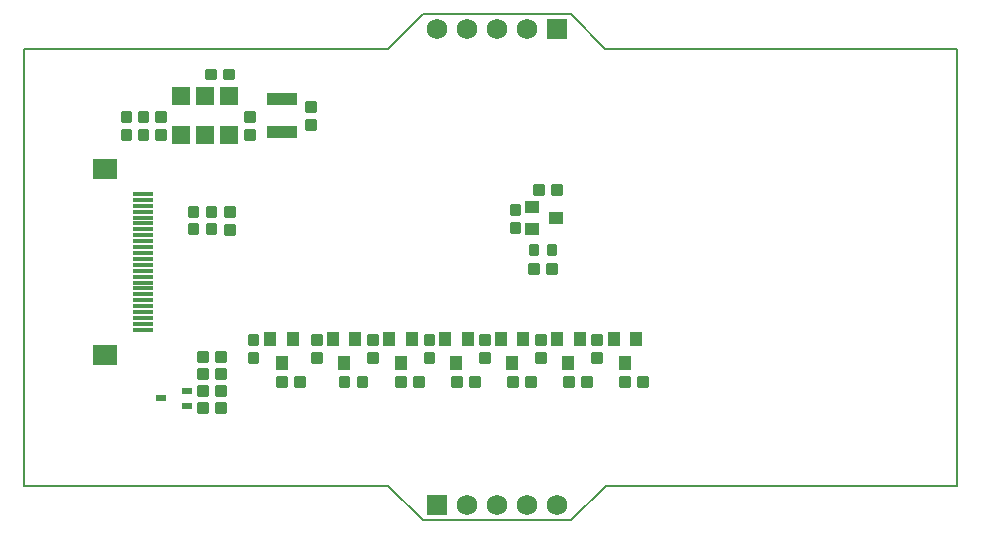
<source format=gts>
G75*
%MOIN*%
%OFA0B0*%
%FSLAX25Y25*%
%IPPOS*%
%LPD*%
%AMOC8*
5,1,8,0,0,1.08239X$1,22.5*
%
%ADD10C,0.00600*%
%ADD11C,0.00975*%
%ADD12R,0.05900X0.05900*%
%ADD13C,0.00850*%
%ADD14R,0.06699X0.01581*%
%ADD15R,0.08077X0.06699*%
%ADD16R,0.06900X0.06900*%
%ADD17C,0.06900*%
%ADD18R,0.10243X0.04337*%
%ADD19R,0.03550X0.02369*%
%ADD20R,0.03900X0.04900*%
%ADD21R,0.04900X0.04400*%
D10*
X0008065Y0019400D02*
X0008065Y0165069D01*
X0129265Y0165069D01*
X0140865Y0176669D01*
X0190365Y0176669D01*
X0201665Y0165069D01*
X0319089Y0165069D01*
X0319089Y0019400D01*
X0201965Y0019400D01*
X0190365Y0007800D01*
X0140865Y0007800D01*
X0129265Y0019400D01*
X0008065Y0019400D01*
D11*
X0065963Y0046858D02*
X0068889Y0046858D01*
X0068889Y0043932D01*
X0065963Y0043932D01*
X0065963Y0046858D01*
X0065963Y0044906D02*
X0068889Y0044906D01*
X0068889Y0045880D02*
X0065963Y0045880D01*
X0065963Y0046854D02*
X0068889Y0046854D01*
X0071963Y0046858D02*
X0074889Y0046858D01*
X0074889Y0043932D01*
X0071963Y0043932D01*
X0071963Y0046858D01*
X0071963Y0044906D02*
X0074889Y0044906D01*
X0074889Y0045880D02*
X0071963Y0045880D01*
X0071963Y0046854D02*
X0074889Y0046854D01*
X0074889Y0052558D02*
X0071963Y0052558D01*
X0074889Y0052558D02*
X0074889Y0049632D01*
X0071963Y0049632D01*
X0071963Y0052558D01*
X0071963Y0050606D02*
X0074889Y0050606D01*
X0074889Y0051580D02*
X0071963Y0051580D01*
X0071963Y0052554D02*
X0074889Y0052554D01*
X0074889Y0058258D02*
X0071963Y0058258D01*
X0074889Y0058258D02*
X0074889Y0055332D01*
X0071963Y0055332D01*
X0071963Y0058258D01*
X0071963Y0056306D02*
X0074889Y0056306D01*
X0074889Y0057280D02*
X0071963Y0057280D01*
X0071963Y0058254D02*
X0074889Y0058254D01*
X0074889Y0063858D02*
X0071963Y0063858D01*
X0074889Y0063858D02*
X0074889Y0060932D01*
X0071963Y0060932D01*
X0071963Y0063858D01*
X0071963Y0061906D02*
X0074889Y0061906D01*
X0074889Y0062880D02*
X0071963Y0062880D01*
X0071963Y0063854D02*
X0074889Y0063854D01*
X0068889Y0063858D02*
X0065963Y0063858D01*
X0068889Y0063858D02*
X0068889Y0060932D01*
X0065963Y0060932D01*
X0065963Y0063858D01*
X0065963Y0061906D02*
X0068889Y0061906D01*
X0068889Y0062880D02*
X0065963Y0062880D01*
X0065963Y0063854D02*
X0068889Y0063854D01*
X0068889Y0058258D02*
X0065963Y0058258D01*
X0068889Y0058258D02*
X0068889Y0055332D01*
X0065963Y0055332D01*
X0065963Y0058258D01*
X0065963Y0056306D02*
X0068889Y0056306D01*
X0068889Y0057280D02*
X0065963Y0057280D01*
X0065963Y0058254D02*
X0068889Y0058254D01*
X0068889Y0052558D02*
X0065963Y0052558D01*
X0068889Y0052558D02*
X0068889Y0049632D01*
X0065963Y0049632D01*
X0065963Y0052558D01*
X0065963Y0050606D02*
X0068889Y0050606D01*
X0068889Y0051580D02*
X0065963Y0051580D01*
X0065963Y0052554D02*
X0068889Y0052554D01*
X0082807Y0060698D02*
X0082807Y0063624D01*
X0085733Y0063624D01*
X0085733Y0060698D01*
X0082807Y0060698D01*
X0082807Y0061672D02*
X0085733Y0061672D01*
X0085733Y0062646D02*
X0082807Y0062646D01*
X0082807Y0063620D02*
X0085733Y0063620D01*
X0082807Y0066698D02*
X0082807Y0069624D01*
X0085733Y0069624D01*
X0085733Y0066698D01*
X0082807Y0066698D01*
X0082807Y0067672D02*
X0085733Y0067672D01*
X0085733Y0068646D02*
X0082807Y0068646D01*
X0082807Y0069620D02*
X0085733Y0069620D01*
X0104007Y0069624D02*
X0104007Y0066698D01*
X0104007Y0069624D02*
X0106933Y0069624D01*
X0106933Y0066698D01*
X0104007Y0066698D01*
X0104007Y0067672D02*
X0106933Y0067672D01*
X0106933Y0068646D02*
X0104007Y0068646D01*
X0104007Y0069620D02*
X0106933Y0069620D01*
X0104007Y0063624D02*
X0104007Y0060698D01*
X0104007Y0063624D02*
X0106933Y0063624D01*
X0106933Y0060698D01*
X0104007Y0060698D01*
X0104007Y0061672D02*
X0106933Y0061672D01*
X0106933Y0062646D02*
X0104007Y0062646D01*
X0104007Y0063620D02*
X0106933Y0063620D01*
X0101267Y0052642D02*
X0098341Y0052642D01*
X0098341Y0055568D01*
X0101267Y0055568D01*
X0101267Y0052642D01*
X0101267Y0053616D02*
X0098341Y0053616D01*
X0098341Y0054590D02*
X0101267Y0054590D01*
X0101267Y0055564D02*
X0098341Y0055564D01*
X0095267Y0052642D02*
X0092341Y0052642D01*
X0092341Y0055568D01*
X0095267Y0055568D01*
X0095267Y0052642D01*
X0095267Y0053616D02*
X0092341Y0053616D01*
X0092341Y0054590D02*
X0095267Y0054590D01*
X0095267Y0055564D02*
X0092341Y0055564D01*
X0113141Y0052642D02*
X0116067Y0052642D01*
X0113141Y0052642D02*
X0113141Y0055568D01*
X0116067Y0055568D01*
X0116067Y0052642D01*
X0116067Y0053616D02*
X0113141Y0053616D01*
X0113141Y0054590D02*
X0116067Y0054590D01*
X0116067Y0055564D02*
X0113141Y0055564D01*
X0119141Y0052642D02*
X0122067Y0052642D01*
X0119141Y0052642D02*
X0119141Y0055568D01*
X0122067Y0055568D01*
X0122067Y0052642D01*
X0122067Y0053616D02*
X0119141Y0053616D01*
X0119141Y0054590D02*
X0122067Y0054590D01*
X0122067Y0055564D02*
X0119141Y0055564D01*
X0122607Y0060698D02*
X0122607Y0063624D01*
X0125533Y0063624D01*
X0125533Y0060698D01*
X0122607Y0060698D01*
X0122607Y0061672D02*
X0125533Y0061672D01*
X0125533Y0062646D02*
X0122607Y0062646D01*
X0122607Y0063620D02*
X0125533Y0063620D01*
X0122607Y0066698D02*
X0122607Y0069624D01*
X0125533Y0069624D01*
X0125533Y0066698D01*
X0122607Y0066698D01*
X0122607Y0067672D02*
X0125533Y0067672D01*
X0125533Y0068646D02*
X0122607Y0068646D01*
X0122607Y0069620D02*
X0125533Y0069620D01*
X0141507Y0069624D02*
X0141507Y0066698D01*
X0141507Y0069624D02*
X0144433Y0069624D01*
X0144433Y0066698D01*
X0141507Y0066698D01*
X0141507Y0067672D02*
X0144433Y0067672D01*
X0144433Y0068646D02*
X0141507Y0068646D01*
X0141507Y0069620D02*
X0144433Y0069620D01*
X0141507Y0063624D02*
X0141507Y0060698D01*
X0141507Y0063624D02*
X0144433Y0063624D01*
X0144433Y0060698D01*
X0141507Y0060698D01*
X0141507Y0061672D02*
X0144433Y0061672D01*
X0144433Y0062646D02*
X0141507Y0062646D01*
X0141507Y0063620D02*
X0144433Y0063620D01*
X0140967Y0052642D02*
X0138041Y0052642D01*
X0138041Y0055568D01*
X0140967Y0055568D01*
X0140967Y0052642D01*
X0140967Y0053616D02*
X0138041Y0053616D01*
X0138041Y0054590D02*
X0140967Y0054590D01*
X0140967Y0055564D02*
X0138041Y0055564D01*
X0134967Y0052642D02*
X0132041Y0052642D01*
X0132041Y0055568D01*
X0134967Y0055568D01*
X0134967Y0052642D01*
X0134967Y0053616D02*
X0132041Y0053616D01*
X0132041Y0054590D02*
X0134967Y0054590D01*
X0134967Y0055564D02*
X0132041Y0055564D01*
X0150641Y0052642D02*
X0153567Y0052642D01*
X0150641Y0052642D02*
X0150641Y0055568D01*
X0153567Y0055568D01*
X0153567Y0052642D01*
X0153567Y0053616D02*
X0150641Y0053616D01*
X0150641Y0054590D02*
X0153567Y0054590D01*
X0153567Y0055564D02*
X0150641Y0055564D01*
X0156641Y0052642D02*
X0159567Y0052642D01*
X0156641Y0052642D02*
X0156641Y0055568D01*
X0159567Y0055568D01*
X0159567Y0052642D01*
X0159567Y0053616D02*
X0156641Y0053616D01*
X0156641Y0054590D02*
X0159567Y0054590D01*
X0159567Y0055564D02*
X0156641Y0055564D01*
X0160007Y0060698D02*
X0160007Y0063624D01*
X0162933Y0063624D01*
X0162933Y0060698D01*
X0160007Y0060698D01*
X0160007Y0061672D02*
X0162933Y0061672D01*
X0162933Y0062646D02*
X0160007Y0062646D01*
X0160007Y0063620D02*
X0162933Y0063620D01*
X0160007Y0066698D02*
X0160007Y0069624D01*
X0162933Y0069624D01*
X0162933Y0066698D01*
X0160007Y0066698D01*
X0160007Y0067672D02*
X0162933Y0067672D01*
X0162933Y0068646D02*
X0160007Y0068646D01*
X0160007Y0069620D02*
X0162933Y0069620D01*
X0178607Y0069624D02*
X0178607Y0066698D01*
X0178607Y0069624D02*
X0181533Y0069624D01*
X0181533Y0066698D01*
X0178607Y0066698D01*
X0178607Y0067672D02*
X0181533Y0067672D01*
X0181533Y0068646D02*
X0178607Y0068646D01*
X0178607Y0069620D02*
X0181533Y0069620D01*
X0178607Y0063624D02*
X0178607Y0060698D01*
X0178607Y0063624D02*
X0181533Y0063624D01*
X0181533Y0060698D01*
X0178607Y0060698D01*
X0178607Y0061672D02*
X0181533Y0061672D01*
X0181533Y0062646D02*
X0178607Y0062646D01*
X0178607Y0063620D02*
X0181533Y0063620D01*
X0178167Y0052642D02*
X0175241Y0052642D01*
X0175241Y0055568D01*
X0178167Y0055568D01*
X0178167Y0052642D01*
X0178167Y0053616D02*
X0175241Y0053616D01*
X0175241Y0054590D02*
X0178167Y0054590D01*
X0178167Y0055564D02*
X0175241Y0055564D01*
X0172167Y0052642D02*
X0169241Y0052642D01*
X0169241Y0055568D01*
X0172167Y0055568D01*
X0172167Y0052642D01*
X0172167Y0053616D02*
X0169241Y0053616D01*
X0169241Y0054590D02*
X0172167Y0054590D01*
X0172167Y0055564D02*
X0169241Y0055564D01*
X0187941Y0052642D02*
X0190867Y0052642D01*
X0187941Y0052642D02*
X0187941Y0055568D01*
X0190867Y0055568D01*
X0190867Y0052642D01*
X0190867Y0053616D02*
X0187941Y0053616D01*
X0187941Y0054590D02*
X0190867Y0054590D01*
X0190867Y0055564D02*
X0187941Y0055564D01*
X0193941Y0052642D02*
X0196867Y0052642D01*
X0193941Y0052642D02*
X0193941Y0055568D01*
X0196867Y0055568D01*
X0196867Y0052642D01*
X0196867Y0053616D02*
X0193941Y0053616D01*
X0193941Y0054590D02*
X0196867Y0054590D01*
X0196867Y0055564D02*
X0193941Y0055564D01*
X0197407Y0060698D02*
X0197407Y0063624D01*
X0200333Y0063624D01*
X0200333Y0060698D01*
X0197407Y0060698D01*
X0197407Y0061672D02*
X0200333Y0061672D01*
X0200333Y0062646D02*
X0197407Y0062646D01*
X0197407Y0063620D02*
X0200333Y0063620D01*
X0197407Y0066698D02*
X0197407Y0069624D01*
X0200333Y0069624D01*
X0200333Y0066698D01*
X0197407Y0066698D01*
X0197407Y0067672D02*
X0200333Y0067672D01*
X0200333Y0068646D02*
X0197407Y0068646D01*
X0197407Y0069620D02*
X0200333Y0069620D01*
X0206741Y0052642D02*
X0209667Y0052642D01*
X0206741Y0052642D02*
X0206741Y0055568D01*
X0209667Y0055568D01*
X0209667Y0052642D01*
X0209667Y0053616D02*
X0206741Y0053616D01*
X0206741Y0054590D02*
X0209667Y0054590D01*
X0209667Y0055564D02*
X0206741Y0055564D01*
X0212741Y0052642D02*
X0215667Y0052642D01*
X0212741Y0052642D02*
X0212741Y0055568D01*
X0215667Y0055568D01*
X0215667Y0052642D01*
X0215667Y0053616D02*
X0212741Y0053616D01*
X0212741Y0054590D02*
X0215667Y0054590D01*
X0215667Y0055564D02*
X0212741Y0055564D01*
X0185267Y0090342D02*
X0182341Y0090342D01*
X0182341Y0093268D01*
X0185267Y0093268D01*
X0185267Y0090342D01*
X0185267Y0091316D02*
X0182341Y0091316D01*
X0182341Y0092290D02*
X0185267Y0092290D01*
X0185267Y0093264D02*
X0182341Y0093264D01*
X0179267Y0090342D02*
X0176341Y0090342D01*
X0176341Y0093268D01*
X0179267Y0093268D01*
X0179267Y0090342D01*
X0179267Y0091316D02*
X0176341Y0091316D01*
X0176341Y0092290D02*
X0179267Y0092290D01*
X0179267Y0093264D02*
X0176341Y0093264D01*
X0170207Y0103898D02*
X0170207Y0106824D01*
X0173133Y0106824D01*
X0173133Y0103898D01*
X0170207Y0103898D01*
X0170207Y0104872D02*
X0173133Y0104872D01*
X0173133Y0105846D02*
X0170207Y0105846D01*
X0170207Y0106820D02*
X0173133Y0106820D01*
X0170207Y0109898D02*
X0170207Y0112824D01*
X0173133Y0112824D01*
X0173133Y0109898D01*
X0170207Y0109898D01*
X0170207Y0110872D02*
X0173133Y0110872D01*
X0173133Y0111846D02*
X0170207Y0111846D01*
X0170207Y0112820D02*
X0173133Y0112820D01*
X0177941Y0116742D02*
X0180867Y0116742D01*
X0177941Y0116742D02*
X0177941Y0119668D01*
X0180867Y0119668D01*
X0180867Y0116742D01*
X0180867Y0117716D02*
X0177941Y0117716D01*
X0177941Y0118690D02*
X0180867Y0118690D01*
X0180867Y0119664D02*
X0177941Y0119664D01*
X0183941Y0116742D02*
X0186867Y0116742D01*
X0183941Y0116742D02*
X0183941Y0119668D01*
X0186867Y0119668D01*
X0186867Y0116742D01*
X0186867Y0117716D02*
X0183941Y0117716D01*
X0183941Y0118690D02*
X0186867Y0118690D01*
X0186867Y0119664D02*
X0183941Y0119664D01*
X0101907Y0138298D02*
X0101907Y0141224D01*
X0104833Y0141224D01*
X0104833Y0138298D01*
X0101907Y0138298D01*
X0101907Y0139272D02*
X0104833Y0139272D01*
X0104833Y0140246D02*
X0101907Y0140246D01*
X0101907Y0141220D02*
X0104833Y0141220D01*
X0101907Y0144298D02*
X0101907Y0147224D01*
X0104833Y0147224D01*
X0104833Y0144298D01*
X0101907Y0144298D01*
X0101907Y0145272D02*
X0104833Y0145272D01*
X0104833Y0146246D02*
X0101907Y0146246D01*
X0101907Y0147220D02*
X0104833Y0147220D01*
X0081607Y0143824D02*
X0081607Y0140898D01*
X0081607Y0143824D02*
X0084533Y0143824D01*
X0084533Y0140898D01*
X0081607Y0140898D01*
X0081607Y0141872D02*
X0084533Y0141872D01*
X0084533Y0142846D02*
X0081607Y0142846D01*
X0081607Y0143820D02*
X0084533Y0143820D01*
X0081607Y0137824D02*
X0081607Y0134898D01*
X0081607Y0137824D02*
X0084533Y0137824D01*
X0084533Y0134898D01*
X0081607Y0134898D01*
X0081607Y0135872D02*
X0084533Y0135872D01*
X0084533Y0136846D02*
X0081607Y0136846D01*
X0081607Y0137820D02*
X0084533Y0137820D01*
X0077689Y0158058D02*
X0074763Y0158058D01*
X0077689Y0158058D02*
X0077689Y0155132D01*
X0074763Y0155132D01*
X0074763Y0158058D01*
X0074763Y0156106D02*
X0077689Y0156106D01*
X0077689Y0157080D02*
X0074763Y0157080D01*
X0074763Y0158054D02*
X0077689Y0158054D01*
X0071689Y0158058D02*
X0068763Y0158058D01*
X0071689Y0158058D02*
X0071689Y0155132D01*
X0068763Y0155132D01*
X0068763Y0158058D01*
X0068763Y0156106D02*
X0071689Y0156106D01*
X0071689Y0157080D02*
X0068763Y0157080D01*
X0068763Y0158054D02*
X0071689Y0158054D01*
X0051907Y0143824D02*
X0051907Y0140898D01*
X0051907Y0143824D02*
X0054833Y0143824D01*
X0054833Y0140898D01*
X0051907Y0140898D01*
X0051907Y0141872D02*
X0054833Y0141872D01*
X0054833Y0142846D02*
X0051907Y0142846D01*
X0051907Y0143820D02*
X0054833Y0143820D01*
X0046207Y0143824D02*
X0046207Y0140898D01*
X0046207Y0143824D02*
X0049133Y0143824D01*
X0049133Y0140898D01*
X0046207Y0140898D01*
X0046207Y0141872D02*
X0049133Y0141872D01*
X0049133Y0142846D02*
X0046207Y0142846D01*
X0046207Y0143820D02*
X0049133Y0143820D01*
X0040507Y0143824D02*
X0040507Y0140898D01*
X0040507Y0143824D02*
X0043433Y0143824D01*
X0043433Y0140898D01*
X0040507Y0140898D01*
X0040507Y0141872D02*
X0043433Y0141872D01*
X0043433Y0142846D02*
X0040507Y0142846D01*
X0040507Y0143820D02*
X0043433Y0143820D01*
X0040507Y0137824D02*
X0040507Y0134898D01*
X0040507Y0137824D02*
X0043433Y0137824D01*
X0043433Y0134898D01*
X0040507Y0134898D01*
X0040507Y0135872D02*
X0043433Y0135872D01*
X0043433Y0136846D02*
X0040507Y0136846D01*
X0040507Y0137820D02*
X0043433Y0137820D01*
X0046207Y0137824D02*
X0046207Y0134898D01*
X0046207Y0137824D02*
X0049133Y0137824D01*
X0049133Y0134898D01*
X0046207Y0134898D01*
X0046207Y0135872D02*
X0049133Y0135872D01*
X0049133Y0136846D02*
X0046207Y0136846D01*
X0046207Y0137820D02*
X0049133Y0137820D01*
X0051907Y0137824D02*
X0051907Y0134898D01*
X0051907Y0137824D02*
X0054833Y0137824D01*
X0054833Y0134898D01*
X0051907Y0134898D01*
X0051907Y0135872D02*
X0054833Y0135872D01*
X0054833Y0136846D02*
X0051907Y0136846D01*
X0051907Y0137820D02*
X0054833Y0137820D01*
X0062863Y0112158D02*
X0065789Y0112158D01*
X0065789Y0109232D01*
X0062863Y0109232D01*
X0062863Y0112158D01*
X0062863Y0110206D02*
X0065789Y0110206D01*
X0065789Y0111180D02*
X0062863Y0111180D01*
X0062863Y0112154D02*
X0065789Y0112154D01*
X0068863Y0112158D02*
X0071789Y0112158D01*
X0071789Y0109232D01*
X0068863Y0109232D01*
X0068863Y0112158D01*
X0068863Y0110206D02*
X0071789Y0110206D01*
X0071789Y0111180D02*
X0068863Y0111180D01*
X0068863Y0112154D02*
X0071789Y0112154D01*
X0074907Y0112324D02*
X0074907Y0109398D01*
X0074907Y0112324D02*
X0077833Y0112324D01*
X0077833Y0109398D01*
X0074907Y0109398D01*
X0074907Y0110372D02*
X0077833Y0110372D01*
X0077833Y0111346D02*
X0074907Y0111346D01*
X0074907Y0112320D02*
X0077833Y0112320D01*
X0074907Y0106324D02*
X0074907Y0103398D01*
X0074907Y0106324D02*
X0077833Y0106324D01*
X0077833Y0103398D01*
X0074907Y0103398D01*
X0074907Y0104372D02*
X0077833Y0104372D01*
X0077833Y0105346D02*
X0074907Y0105346D01*
X0074907Y0106320D02*
X0077833Y0106320D01*
X0071789Y0106458D02*
X0068863Y0106458D01*
X0071789Y0106458D02*
X0071789Y0103532D01*
X0068863Y0103532D01*
X0068863Y0106458D01*
X0068863Y0104506D02*
X0071789Y0104506D01*
X0071789Y0105480D02*
X0068863Y0105480D01*
X0068863Y0106454D02*
X0071789Y0106454D01*
X0065789Y0106458D02*
X0062863Y0106458D01*
X0065789Y0106458D02*
X0065789Y0103532D01*
X0062863Y0103532D01*
X0062863Y0106458D01*
X0062863Y0104506D02*
X0065789Y0104506D01*
X0065789Y0105480D02*
X0062863Y0105480D01*
X0062863Y0106454D02*
X0065789Y0106454D01*
D12*
X0068360Y0136339D03*
X0076260Y0136339D03*
X0060270Y0136361D03*
X0060270Y0149361D03*
X0068360Y0149339D03*
X0076260Y0149339D03*
D13*
X0176529Y0096480D02*
X0179079Y0096480D01*
X0176529Y0096480D02*
X0176529Y0099530D01*
X0179079Y0099530D01*
X0179079Y0096480D01*
X0179079Y0097329D02*
X0176529Y0097329D01*
X0176529Y0098178D02*
X0179079Y0098178D01*
X0179079Y0099027D02*
X0176529Y0099027D01*
X0182529Y0096480D02*
X0185079Y0096480D01*
X0182529Y0096480D02*
X0182529Y0099530D01*
X0185079Y0099530D01*
X0185079Y0096480D01*
X0185079Y0097329D02*
X0182529Y0097329D01*
X0182529Y0098178D02*
X0185079Y0098178D01*
X0185079Y0099027D02*
X0182529Y0099027D01*
D14*
X0047632Y0098887D03*
X0047632Y0100855D03*
X0047632Y0102824D03*
X0047632Y0104792D03*
X0047632Y0106761D03*
X0047632Y0108729D03*
X0047632Y0110698D03*
X0047632Y0112666D03*
X0047632Y0114635D03*
X0047632Y0116603D03*
X0047632Y0096918D03*
X0047632Y0094950D03*
X0047632Y0092981D03*
X0047632Y0091013D03*
X0047632Y0089044D03*
X0047632Y0087076D03*
X0047632Y0085107D03*
X0047632Y0083139D03*
X0047632Y0081170D03*
X0047632Y0079202D03*
X0047632Y0077233D03*
X0047632Y0075265D03*
X0047632Y0073296D03*
X0047632Y0071328D03*
D15*
X0034837Y0062863D03*
X0034837Y0125068D03*
D16*
X0185565Y0171469D03*
X0145565Y0013000D03*
D17*
X0155565Y0013000D03*
X0165565Y0013000D03*
X0175565Y0013000D03*
X0185565Y0013000D03*
X0175565Y0171469D03*
X0165565Y0171469D03*
X0155565Y0171469D03*
X0145565Y0171469D03*
D18*
X0093826Y0148201D03*
X0093826Y0137390D03*
D19*
X0062170Y0051020D03*
X0062170Y0045902D03*
X0053508Y0048461D03*
D20*
X0090086Y0068195D03*
X0097566Y0068195D03*
X0093826Y0060195D03*
X0110886Y0068195D03*
X0118366Y0068195D03*
X0114626Y0060195D03*
X0129786Y0068195D03*
X0137266Y0068195D03*
X0133526Y0060195D03*
X0148386Y0068195D03*
X0155866Y0068195D03*
X0152126Y0060195D03*
X0166986Y0068095D03*
X0174466Y0068095D03*
X0185686Y0068095D03*
X0193166Y0068095D03*
X0204486Y0068095D03*
X0211966Y0068095D03*
X0208226Y0060095D03*
X0189426Y0060095D03*
X0170726Y0060095D03*
D21*
X0177470Y0104820D03*
X0185470Y0108561D03*
X0177470Y0112301D03*
M02*

</source>
